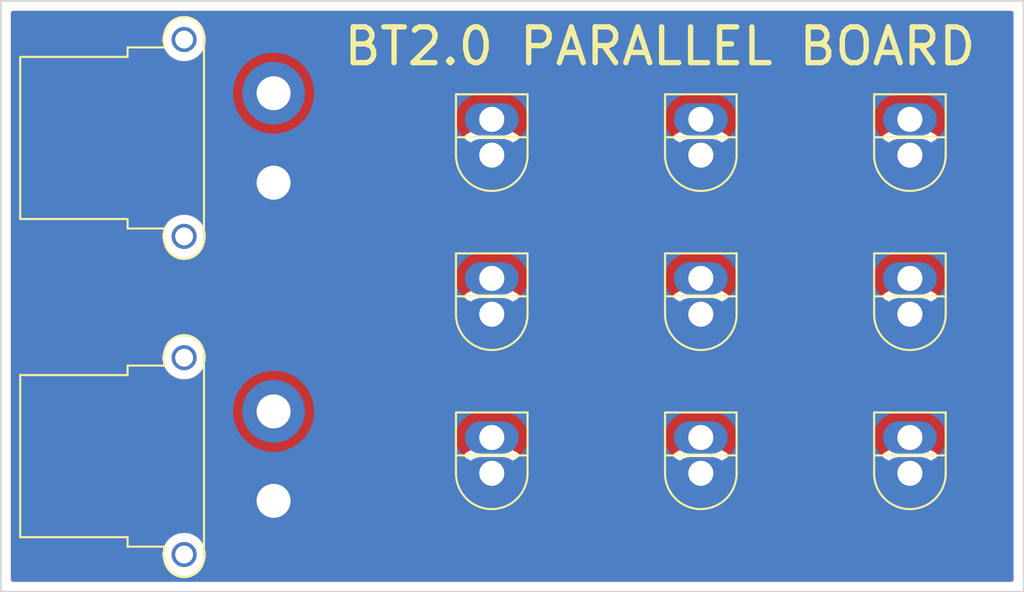
<source format=kicad_pcb>
(kicad_pcb (version 20171130) (host pcbnew "(5.1.9)-1")

  (general
    (thickness 1.6)
    (drawings 5)
    (tracks 0)
    (zones 0)
    (modules 11)
    (nets 3)
  )

  (page A4)
  (layers
    (0 F.Cu signal)
    (31 B.Cu signal)
    (32 B.Adhes user)
    (33 F.Adhes user)
    (34 B.Paste user)
    (35 F.Paste user)
    (36 B.SilkS user)
    (37 F.SilkS user)
    (38 B.Mask user)
    (39 F.Mask user)
    (40 Dwgs.User user)
    (41 Cmts.User user)
    (42 Eco1.User user)
    (43 Eco2.User user)
    (44 Edge.Cuts user)
    (45 Margin user)
    (46 B.CrtYd user)
    (47 F.CrtYd user)
    (48 B.Fab user)
    (49 F.Fab user)
  )

  (setup
    (last_trace_width 0.25)
    (user_trace_width 2.5)
    (trace_clearance 0.2)
    (zone_clearance 0.508)
    (zone_45_only no)
    (trace_min 0.2)
    (via_size 0.8)
    (via_drill 0.4)
    (via_min_size 0.4)
    (via_min_drill 0.3)
    (uvia_size 0.3)
    (uvia_drill 0.1)
    (uvias_allowed no)
    (uvia_min_size 0.2)
    (uvia_min_drill 0.1)
    (edge_width 0.05)
    (segment_width 0.2)
    (pcb_text_width 0.3)
    (pcb_text_size 1.5 1.5)
    (mod_edge_width 0.12)
    (mod_text_size 1 1)
    (mod_text_width 0.15)
    (pad_size 1.524 1.524)
    (pad_drill 0.762)
    (pad_to_mask_clearance 0)
    (aux_axis_origin 0 0)
    (visible_elements 7FFFFFFF)
    (pcbplotparams
      (layerselection 0x010fc_ffffffff)
      (usegerberextensions false)
      (usegerberattributes true)
      (usegerberadvancedattributes true)
      (creategerberjobfile true)
      (excludeedgelayer true)
      (linewidth 0.100000)
      (plotframeref false)
      (viasonmask false)
      (mode 1)
      (useauxorigin false)
      (hpglpennumber 1)
      (hpglpenspeed 20)
      (hpglpendiameter 15.000000)
      (psnegative false)
      (psa4output false)
      (plotreference true)
      (plotvalue true)
      (plotinvisibletext false)
      (padsonsilk false)
      (subtractmaskfromsilk false)
      (outputformat 1)
      (mirror false)
      (drillshape 0)
      (scaleselection 1)
      (outputdirectory "gerber/"))
  )

  (net 0 "")
  (net 1 VCC)
  (net 2 GND)

  (net_class Default "This is the default net class."
    (clearance 0.2)
    (trace_width 0.25)
    (via_dia 0.8)
    (via_drill 0.4)
    (uvia_dia 0.3)
    (uvia_drill 0.1)
    (add_net GND)
    (add_net VCC)
  )

  (module Connector_AMASS:AMASS_XT30PW-F_1x02_P2.50mm_Horizontal (layer F.Cu) (tedit 5C8EB270) (tstamp 619D691E)
    (at 91.44 109.22 90)
    (descr "Connector XT30 Horizontal PCB Female, https://www.tme.eu/en/Document/ce4077e36b79046da520ca73227e15de/XT30PW%20SPEC.pdf")
    (tags "RC Connector XT30")
    (path /619D9511)
    (fp_text reference J11 (at 2.5 -15.5 90) (layer F.SilkS) hide
      (effects (font (size 1 1) (thickness 0.15)))
    )
    (fp_text value Conn_01x02 (at 2.5 3.5 90) (layer F.Fab) hide
      (effects (font (size 1 1) (thickness 0.15)))
    )
    (fp_line (start -2.03 -14.16) (end -2.03 -8.16) (layer F.SilkS) (width 0.12))
    (fp_line (start -2.03 -14.16) (end 7 -14.16) (layer F.SilkS) (width 0.12))
    (fp_line (start 7.03 -14.16) (end 7.03 -8.16) (layer F.SilkS) (width 0.12))
    (fp_line (start 7.03 -8.16) (end 7.56 -8.16) (layer F.SilkS) (width 0.12))
    (fp_line (start 7.56 -8.16) (end 7.56 -6.11) (layer F.SilkS) (width 0.12))
    (fp_line (start 7.56 -6.11) (end 8.26 -6.11) (layer F.SilkS) (width 0.12))
    (fp_line (start -3.26 -6.11) (end -2.56 -6.11) (layer F.SilkS) (width 0.12))
    (fp_line (start -2.56 -8.16) (end -2.56 -6.11) (layer F.SilkS) (width 0.12))
    (fp_line (start 7.45 -6) (end 8.15 -6) (layer F.Fab) (width 0.1))
    (fp_line (start 7.45 -8.05) (end 7.45 -6.05) (layer F.Fab) (width 0.1))
    (fp_line (start -2.45 -8.05) (end -2.45 -6) (layer F.Fab) (width 0.1))
    (fp_line (start -3.15 -6) (end -2.45 -6) (layer F.Fab) (width 0.1))
    (fp_line (start -3.15 -4) (end 8.15 -4) (layer F.Fab) (width 0.1))
    (fp_line (start -3.26 -3.89) (end 8.26 -3.89) (layer F.SilkS) (width 0.12))
    (fp_line (start -4.65 -8.55) (end -4.65 2.25) (layer F.CrtYd) (width 0.05))
    (fp_line (start -4.65 -8.55) (end -2.42 -8.55) (layer F.CrtYd) (width 0.05))
    (fp_line (start -2.42 -14.55) (end -2.42 -8.55) (layer F.CrtYd) (width 0.05))
    (fp_line (start -2.42 -14.55) (end 7.42 -14.55) (layer F.CrtYd) (width 0.05))
    (fp_line (start 7.42 -14.55) (end 7.42 -8.55) (layer F.CrtYd) (width 0.05))
    (fp_line (start 7.42 -8.55) (end 9.65 -8.55) (layer F.CrtYd) (width 0.05))
    (fp_line (start 9.65 -8.55) (end 9.65 2.25) (layer F.CrtYd) (width 0.05))
    (fp_line (start -4.65 2.25) (end 9.65 2.25) (layer F.CrtYd) (width 0.05))
    (fp_line (start -2.56 -8.16) (end -2.03 -8.16) (layer F.SilkS) (width 0.12))
    (fp_line (start -2.45 -8.05) (end 7.45 -8.05) (layer F.Fab) (width 0.1))
    (fp_line (start 6.92 -14.05) (end 6.92 -8.05) (layer F.Fab) (width 0.1))
    (fp_line (start -1.92 -14.05) (end -1.92 -8.05) (layer F.Fab) (width 0.1))
    (fp_line (start -1.92 -14.05) (end 6.92 -14.05) (layer F.Fab) (width 0.1))
    (fp_text user - (at -3 0 90) (layer F.SilkS) hide
      (effects (font (size 1.5 1.5) (thickness 0.15)))
    )
    (fp_text user + (at 8 0 90) (layer F.SilkS) hide
      (effects (font (size 1.5 1.5) (thickness 0.15)))
    )
    (fp_arc (start 8.15 -5) (end 8.15 -3.89) (angle -180) (layer F.SilkS) (width 0.12))
    (fp_arc (start -3.15 -5) (end -3.15 -6.11) (angle -171.1) (layer F.SilkS) (width 0.12))
    (fp_arc (start -3.15 -5) (end -3.15 -6) (angle -180) (layer F.Fab) (width 0.1))
    (fp_arc (start 8.15 -5) (end 8.15 -4) (angle -180) (layer F.Fab) (width 0.1))
    (fp_text user %R (at 2.5 -3 90) (layer F.Fab) hide
      (effects (font (size 1 1) (thickness 0.15)))
    )
    (pad 2 thru_hole circle (at 5 0 90) (size 3.5 3.5) (drill 1.9) (layers *.Cu *.Mask)
      (net 1 VCC))
    (pad 1 thru_hole rect (at 0 0 90) (size 3.5 3.5) (drill 1.9) (layers *.Cu *.Mask)
      (net 2 GND))
    (pad "" thru_hole circle (at 8 -5 90) (size 1.4 1.4) (drill 1) (layers *.Cu *.Mask))
    (pad "" thru_hole circle (at -3 -5 180) (size 1.4 1.4) (drill 1) (layers *.Cu *.Mask))
    (model ${KISYS3DMOD}/Connector_AMASS.3dshapes/AMASS_XT30PW-F_1x02_P2.50mm_Horizontal.wrl
      (at (xyz 0 0 0))
      (scale (xyz 1 1 1))
      (rotate (xyz 0 0 0))
    )
  )

  (module Local:BT2.0-M (layer F.Cu) (tedit 619D0B65) (tstamp 616AB77B)
    (at 127 124.46 90)
    (path /616BF16C)
    (fp_text reference J9 (at 0 3 90) (layer F.SilkS) hide
      (effects (font (size 1 1) (thickness 0.15)))
    )
    (fp_text value Conn_01x02 (at 0 -3 90) (layer F.Fab) hide
      (effects (font (size 1 1) (thickness 0.15)))
    )
    (fp_line (start -1 -2) (end 2.4 -2) (layer F.SilkS) (width 0.12))
    (fp_line (start 2.4 -2) (end 2.4 2) (layer F.SilkS) (width 0.12))
    (fp_line (start 2.4 2) (end -1 2) (layer F.SilkS) (width 0.12))
    (fp_line (start 0 -2) (end 0 2) (layer F.SilkS) (width 0.12))
    (fp_line (start -2.15 -1.75) (end 2.15 -1.75) (layer F.CrtYd) (width 0.05))
    (fp_line (start 2.15 -1.75) (end 2.15 1.75) (layer F.CrtYd) (width 0.05))
    (fp_line (start 2.15 1.75) (end -2.15 1.75) (layer F.CrtYd) (width 0.05))
    (fp_line (start -2.15 1.75) (end -2.15 -1.75) (layer F.CrtYd) (width 0.05))
    (fp_arc (start -1 0) (end -1 -2) (angle -180) (layer F.SilkS) (width 0.12))
    (pad 1 thru_hole oval (at -1 0 90) (size 1.8 3) (drill 1.4) (layers *.Cu *.Mask)
      (net 2 GND))
    (pad 2 thru_hole oval (at 1 0 90) (size 1.8 3) (drill 1.4) (layers *.Cu *.Mask)
      (net 1 VCC))
  )

  (module Local:BT2.0-M (layer F.Cu) (tedit 619D0B65) (tstamp 616AB7F6)
    (at 115.316 124.46 90)
    (path /616BF15C)
    (fp_text reference J8 (at 0 3 90) (layer F.SilkS) hide
      (effects (font (size 1 1) (thickness 0.15)))
    )
    (fp_text value Conn_01x02 (at 0 -3 90) (layer F.Fab) hide
      (effects (font (size 1 1) (thickness 0.15)))
    )
    (fp_line (start -1 -2) (end 2.4 -2) (layer F.SilkS) (width 0.12))
    (fp_line (start 2.4 -2) (end 2.4 2) (layer F.SilkS) (width 0.12))
    (fp_line (start 2.4 2) (end -1 2) (layer F.SilkS) (width 0.12))
    (fp_line (start 0 -2) (end 0 2) (layer F.SilkS) (width 0.12))
    (fp_line (start -2.15 -1.75) (end 2.15 -1.75) (layer F.CrtYd) (width 0.05))
    (fp_line (start 2.15 -1.75) (end 2.15 1.75) (layer F.CrtYd) (width 0.05))
    (fp_line (start 2.15 1.75) (end -2.15 1.75) (layer F.CrtYd) (width 0.05))
    (fp_line (start -2.15 1.75) (end -2.15 -1.75) (layer F.CrtYd) (width 0.05))
    (fp_arc (start -1 0) (end -1 -2) (angle -180) (layer F.SilkS) (width 0.12))
    (pad 1 thru_hole oval (at -1 0 90) (size 1.8 3) (drill 1.4) (layers *.Cu *.Mask)
      (net 2 GND))
    (pad 2 thru_hole oval (at 1 0 90) (size 1.8 3) (drill 1.4) (layers *.Cu *.Mask)
      (net 1 VCC))
  )

  (module Local:BT2.0-M (layer F.Cu) (tedit 619D0B65) (tstamp 616ABB53)
    (at 103.632 124.46 90)
    (path /616BF152)
    (fp_text reference J7 (at 0 3 90) (layer F.SilkS) hide
      (effects (font (size 1 1) (thickness 0.15)))
    )
    (fp_text value Conn_01x02 (at 0 -3 90) (layer F.Fab) hide
      (effects (font (size 1 1) (thickness 0.15)))
    )
    (fp_line (start -1 -2) (end 2.4 -2) (layer F.SilkS) (width 0.12))
    (fp_line (start 2.4 -2) (end 2.4 2) (layer F.SilkS) (width 0.12))
    (fp_line (start 2.4 2) (end -1 2) (layer F.SilkS) (width 0.12))
    (fp_line (start 0 -2) (end 0 2) (layer F.SilkS) (width 0.12))
    (fp_line (start -2.15 -1.75) (end 2.15 -1.75) (layer F.CrtYd) (width 0.05))
    (fp_line (start 2.15 -1.75) (end 2.15 1.75) (layer F.CrtYd) (width 0.05))
    (fp_line (start 2.15 1.75) (end -2.15 1.75) (layer F.CrtYd) (width 0.05))
    (fp_line (start -2.15 1.75) (end -2.15 -1.75) (layer F.CrtYd) (width 0.05))
    (fp_arc (start -1 0) (end -1 -2) (angle -180) (layer F.SilkS) (width 0.12))
    (pad 1 thru_hole oval (at -1 0 90) (size 1.8 3) (drill 1.4) (layers *.Cu *.Mask)
      (net 2 GND))
    (pad 2 thru_hole oval (at 1 0 90) (size 1.8 3) (drill 1.4) (layers *.Cu *.Mask)
      (net 1 VCC))
  )

  (module Local:BT2.0-M (layer F.Cu) (tedit 619D0B65) (tstamp 616AB967)
    (at 127 115.57 90)
    (path /616BB3E4)
    (fp_text reference J6 (at 0 3 90) (layer F.SilkS) hide
      (effects (font (size 1 1) (thickness 0.15)))
    )
    (fp_text value Conn_01x02 (at 0 -3 90) (layer F.Fab) hide
      (effects (font (size 1 1) (thickness 0.15)))
    )
    (fp_line (start -1 -2) (end 2.4 -2) (layer F.SilkS) (width 0.12))
    (fp_line (start 2.4 -2) (end 2.4 2) (layer F.SilkS) (width 0.12))
    (fp_line (start 2.4 2) (end -1 2) (layer F.SilkS) (width 0.12))
    (fp_line (start 0 -2) (end 0 2) (layer F.SilkS) (width 0.12))
    (fp_line (start -2.15 -1.75) (end 2.15 -1.75) (layer F.CrtYd) (width 0.05))
    (fp_line (start 2.15 -1.75) (end 2.15 1.75) (layer F.CrtYd) (width 0.05))
    (fp_line (start 2.15 1.75) (end -2.15 1.75) (layer F.CrtYd) (width 0.05))
    (fp_line (start -2.15 1.75) (end -2.15 -1.75) (layer F.CrtYd) (width 0.05))
    (fp_arc (start -1 0) (end -1 -2) (angle -180) (layer F.SilkS) (width 0.12))
    (pad 1 thru_hole oval (at -1 0 90) (size 1.8 3) (drill 1.4) (layers *.Cu *.Mask)
      (net 2 GND))
    (pad 2 thru_hole oval (at 1 0 90) (size 1.8 3) (drill 1.4) (layers *.Cu *.Mask)
      (net 1 VCC))
  )

  (module Local:BT2.0-M (layer F.Cu) (tedit 619D0B65) (tstamp 616AB9E2)
    (at 115.316 115.57 90)
    (path /616B7CBF)
    (fp_text reference J5 (at 0 3 90) (layer F.SilkS) hide
      (effects (font (size 1 1) (thickness 0.15)))
    )
    (fp_text value Conn_01x02 (at 0 -3 90) (layer F.Fab) hide
      (effects (font (size 1 1) (thickness 0.15)))
    )
    (fp_line (start -1 -2) (end 2.4 -2) (layer F.SilkS) (width 0.12))
    (fp_line (start 2.4 -2) (end 2.4 2) (layer F.SilkS) (width 0.12))
    (fp_line (start 2.4 2) (end -1 2) (layer F.SilkS) (width 0.12))
    (fp_line (start 0 -2) (end 0 2) (layer F.SilkS) (width 0.12))
    (fp_line (start -2.15 -1.75) (end 2.15 -1.75) (layer F.CrtYd) (width 0.05))
    (fp_line (start 2.15 -1.75) (end 2.15 1.75) (layer F.CrtYd) (width 0.05))
    (fp_line (start 2.15 1.75) (end -2.15 1.75) (layer F.CrtYd) (width 0.05))
    (fp_line (start -2.15 1.75) (end -2.15 -1.75) (layer F.CrtYd) (width 0.05))
    (fp_arc (start -1 0) (end -1 -2) (angle -180) (layer F.SilkS) (width 0.12))
    (pad 1 thru_hole oval (at -1 0 90) (size 1.8 3) (drill 1.4) (layers *.Cu *.Mask)
      (net 2 GND))
    (pad 2 thru_hole oval (at 1 0 90) (size 1.8 3) (drill 1.4) (layers *.Cu *.Mask)
      (net 1 VCC))
  )

  (module Local:BT2.0-M (layer F.Cu) (tedit 619D0B65) (tstamp 616ABAD8)
    (at 103.632 115.57 90)
    (path /616B7BA9)
    (fp_text reference J4 (at 0 3 90) (layer F.SilkS) hide
      (effects (font (size 1 1) (thickness 0.15)))
    )
    (fp_text value Conn_01x02 (at 0 -3 90) (layer F.Fab) hide
      (effects (font (size 1 1) (thickness 0.15)))
    )
    (fp_line (start -1 -2) (end 2.4 -2) (layer F.SilkS) (width 0.12))
    (fp_line (start 2.4 -2) (end 2.4 2) (layer F.SilkS) (width 0.12))
    (fp_line (start 2.4 2) (end -1 2) (layer F.SilkS) (width 0.12))
    (fp_line (start 0 -2) (end 0 2) (layer F.SilkS) (width 0.12))
    (fp_line (start -2.15 -1.75) (end 2.15 -1.75) (layer F.CrtYd) (width 0.05))
    (fp_line (start 2.15 -1.75) (end 2.15 1.75) (layer F.CrtYd) (width 0.05))
    (fp_line (start 2.15 1.75) (end -2.15 1.75) (layer F.CrtYd) (width 0.05))
    (fp_line (start -2.15 1.75) (end -2.15 -1.75) (layer F.CrtYd) (width 0.05))
    (fp_arc (start -1 0) (end -1 -2) (angle -180) (layer F.SilkS) (width 0.12))
    (pad 1 thru_hole oval (at -1 0 90) (size 1.8 3) (drill 1.4) (layers *.Cu *.Mask)
      (net 2 GND))
    (pad 2 thru_hole oval (at 1 0 90) (size 1.8 3) (drill 1.4) (layers *.Cu *.Mask)
      (net 1 VCC))
  )

  (module Local:BT2.0-M (layer F.Cu) (tedit 619D0B65) (tstamp 619D6EE8)
    (at 127 106.68 90)
    (path /60F59340)
    (fp_text reference J3 (at 0 3 90) (layer F.SilkS) hide
      (effects (font (size 1 1) (thickness 0.15)))
    )
    (fp_text value Conn_01x02 (at 0 -3 90) (layer F.Fab) hide
      (effects (font (size 1 1) (thickness 0.15)))
    )
    (fp_line (start -1 -2) (end 2.4 -2) (layer F.SilkS) (width 0.12))
    (fp_line (start 2.4 -2) (end 2.4 2) (layer F.SilkS) (width 0.12))
    (fp_line (start 2.4 2) (end -1 2) (layer F.SilkS) (width 0.12))
    (fp_line (start 0 -2) (end 0 2) (layer F.SilkS) (width 0.12))
    (fp_line (start -2.15 -1.75) (end 2.15 -1.75) (layer F.CrtYd) (width 0.05))
    (fp_line (start 2.15 -1.75) (end 2.15 1.75) (layer F.CrtYd) (width 0.05))
    (fp_line (start 2.15 1.75) (end -2.15 1.75) (layer F.CrtYd) (width 0.05))
    (fp_line (start -2.15 1.75) (end -2.15 -1.75) (layer F.CrtYd) (width 0.05))
    (fp_arc (start -1 0) (end -1 -2) (angle -180) (layer F.SilkS) (width 0.12))
    (pad 1 thru_hole oval (at -1 0 90) (size 1.8 3) (drill 1.4) (layers *.Cu *.Mask)
      (net 2 GND))
    (pad 2 thru_hole oval (at 1 0 90) (size 1.8 3) (drill 1.4) (layers *.Cu *.Mask)
      (net 1 VCC))
  )

  (module Local:BT2.0-M (layer F.Cu) (tedit 619D0B65) (tstamp 619D6EBE)
    (at 115.316 106.68 90)
    (path /60F511FE)
    (fp_text reference J2 (at 0 3 90) (layer F.SilkS) hide
      (effects (font (size 1 1) (thickness 0.15)))
    )
    (fp_text value Conn_01x02 (at 0 -3 90) (layer F.Fab) hide
      (effects (font (size 1 1) (thickness 0.15)))
    )
    (fp_line (start -1 -2) (end 2.4 -2) (layer F.SilkS) (width 0.12))
    (fp_line (start 2.4 -2) (end 2.4 2) (layer F.SilkS) (width 0.12))
    (fp_line (start 2.4 2) (end -1 2) (layer F.SilkS) (width 0.12))
    (fp_line (start 0 -2) (end 0 2) (layer F.SilkS) (width 0.12))
    (fp_line (start -2.15 -1.75) (end 2.15 -1.75) (layer F.CrtYd) (width 0.05))
    (fp_line (start 2.15 -1.75) (end 2.15 1.75) (layer F.CrtYd) (width 0.05))
    (fp_line (start 2.15 1.75) (end -2.15 1.75) (layer F.CrtYd) (width 0.05))
    (fp_line (start -2.15 1.75) (end -2.15 -1.75) (layer F.CrtYd) (width 0.05))
    (fp_arc (start -1 0) (end -1 -2) (angle -180) (layer F.SilkS) (width 0.12))
    (pad 1 thru_hole oval (at -1 0 90) (size 1.8 3) (drill 1.4) (layers *.Cu *.Mask)
      (net 2 GND))
    (pad 2 thru_hole oval (at 1 0 90) (size 1.8 3) (drill 1.4) (layers *.Cu *.Mask)
      (net 1 VCC))
  )

  (module Local:BT2.0-M (layer F.Cu) (tedit 619D0B65) (tstamp 619D6F12)
    (at 103.632 106.68 90)
    (path /60F511B0)
    (fp_text reference J1 (at 0 3 90) (layer F.SilkS) hide
      (effects (font (size 1 1) (thickness 0.15)))
    )
    (fp_text value Conn_01x02 (at 0 -3 90) (layer F.Fab) hide
      (effects (font (size 1 1) (thickness 0.15)))
    )
    (fp_line (start -1 -2) (end 2.4 -2) (layer F.SilkS) (width 0.12))
    (fp_line (start 2.4 -2) (end 2.4 2) (layer F.SilkS) (width 0.12))
    (fp_line (start 2.4 2) (end -1 2) (layer F.SilkS) (width 0.12))
    (fp_line (start 0 -2) (end 0 2) (layer F.SilkS) (width 0.12))
    (fp_line (start -2.15 -1.75) (end 2.15 -1.75) (layer F.CrtYd) (width 0.05))
    (fp_line (start 2.15 -1.75) (end 2.15 1.75) (layer F.CrtYd) (width 0.05))
    (fp_line (start 2.15 1.75) (end -2.15 1.75) (layer F.CrtYd) (width 0.05))
    (fp_line (start -2.15 1.75) (end -2.15 -1.75) (layer F.CrtYd) (width 0.05))
    (fp_arc (start -1 0) (end -1 -2) (angle -180) (layer F.SilkS) (width 0.12))
    (pad 1 thru_hole oval (at -1 0 90) (size 1.8 3) (drill 1.4) (layers *.Cu *.Mask)
      (net 2 GND))
    (pad 2 thru_hole oval (at 1 0 90) (size 1.8 3) (drill 1.4) (layers *.Cu *.Mask)
      (net 1 VCC))
  )

  (module Connector_AMASS:AMASS_XT30PW-F_1x02_P2.50mm_Horizontal (layer F.Cu) (tedit 5C8EB270) (tstamp 60F53D36)
    (at 91.44 127 90)
    (descr "Connector XT30 Horizontal PCB Female, https://www.tme.eu/en/Document/ce4077e36b79046da520ca73227e15de/XT30PW%20SPEC.pdf")
    (tags "RC Connector XT30")
    (path /60F645AA)
    (fp_text reference J10 (at 2.5 -15.5 90) (layer F.SilkS) hide
      (effects (font (size 1 1) (thickness 0.15)))
    )
    (fp_text value Conn_01x02 (at 2.5 3.5 90) (layer F.Fab) hide
      (effects (font (size 1 1) (thickness 0.15)))
    )
    (fp_line (start -2.03 -14.16) (end -2.03 -8.16) (layer F.SilkS) (width 0.12))
    (fp_line (start -2.03 -14.16) (end 7 -14.16) (layer F.SilkS) (width 0.12))
    (fp_line (start 7.03 -14.16) (end 7.03 -8.16) (layer F.SilkS) (width 0.12))
    (fp_line (start 7.03 -8.16) (end 7.56 -8.16) (layer F.SilkS) (width 0.12))
    (fp_line (start 7.56 -8.16) (end 7.56 -6.11) (layer F.SilkS) (width 0.12))
    (fp_line (start 7.56 -6.11) (end 8.26 -6.11) (layer F.SilkS) (width 0.12))
    (fp_line (start -3.26 -6.11) (end -2.56 -6.11) (layer F.SilkS) (width 0.12))
    (fp_line (start -2.56 -8.16) (end -2.56 -6.11) (layer F.SilkS) (width 0.12))
    (fp_line (start 7.45 -6) (end 8.15 -6) (layer F.Fab) (width 0.1))
    (fp_line (start 7.45 -8.05) (end 7.45 -6.05) (layer F.Fab) (width 0.1))
    (fp_line (start -2.45 -8.05) (end -2.45 -6) (layer F.Fab) (width 0.1))
    (fp_line (start -3.15 -6) (end -2.45 -6) (layer F.Fab) (width 0.1))
    (fp_line (start -3.15 -4) (end 8.15 -4) (layer F.Fab) (width 0.1))
    (fp_line (start -3.26 -3.89) (end 8.26 -3.89) (layer F.SilkS) (width 0.12))
    (fp_line (start -4.65 -8.55) (end -4.65 2.25) (layer F.CrtYd) (width 0.05))
    (fp_line (start -4.65 -8.55) (end -2.42 -8.55) (layer F.CrtYd) (width 0.05))
    (fp_line (start -2.42 -14.55) (end -2.42 -8.55) (layer F.CrtYd) (width 0.05))
    (fp_line (start -2.42 -14.55) (end 7.42 -14.55) (layer F.CrtYd) (width 0.05))
    (fp_line (start 7.42 -14.55) (end 7.42 -8.55) (layer F.CrtYd) (width 0.05))
    (fp_line (start 7.42 -8.55) (end 9.65 -8.55) (layer F.CrtYd) (width 0.05))
    (fp_line (start 9.65 -8.55) (end 9.65 2.25) (layer F.CrtYd) (width 0.05))
    (fp_line (start -4.65 2.25) (end 9.65 2.25) (layer F.CrtYd) (width 0.05))
    (fp_line (start -2.56 -8.16) (end -2.03 -8.16) (layer F.SilkS) (width 0.12))
    (fp_line (start -2.45 -8.05) (end 7.45 -8.05) (layer F.Fab) (width 0.1))
    (fp_line (start 6.92 -14.05) (end 6.92 -8.05) (layer F.Fab) (width 0.1))
    (fp_line (start -1.92 -14.05) (end -1.92 -8.05) (layer F.Fab) (width 0.1))
    (fp_line (start -1.92 -14.05) (end 6.92 -14.05) (layer F.Fab) (width 0.1))
    (fp_text user - (at -3 0 90) (layer F.SilkS) hide
      (effects (font (size 1.5 1.5) (thickness 0.15)))
    )
    (fp_text user + (at 8 0 90) (layer F.SilkS) hide
      (effects (font (size 1.5 1.5) (thickness 0.15)))
    )
    (fp_arc (start 8.15 -5) (end 8.15 -3.89) (angle -180) (layer F.SilkS) (width 0.12))
    (fp_arc (start -3.15 -5) (end -3.15 -6.11) (angle -171.1) (layer F.SilkS) (width 0.12))
    (fp_arc (start -3.15 -5) (end -3.15 -6) (angle -180) (layer F.Fab) (width 0.1))
    (fp_arc (start 8.15 -5) (end 8.15 -4) (angle -180) (layer F.Fab) (width 0.1))
    (fp_text user %R (at 2.5 -3 90) (layer F.Fab) hide
      (effects (font (size 1 1) (thickness 0.15)))
    )
    (pad 2 thru_hole circle (at 5 0 90) (size 3.5 3.5) (drill 1.9) (layers *.Cu *.Mask)
      (net 1 VCC))
    (pad 1 thru_hole rect (at 0 0 90) (size 3.5 3.5) (drill 1.9) (layers *.Cu *.Mask)
      (net 2 GND))
    (pad "" thru_hole circle (at 8 -5 90) (size 1.4 1.4) (drill 1) (layers *.Cu *.Mask))
    (pad "" thru_hole circle (at -3 -5 180) (size 1.4 1.4) (drill 1) (layers *.Cu *.Mask))
    (model ${KISYS3DMOD}/Connector_AMASS.3dshapes/AMASS_XT30PW-F_1x02_P2.50mm_Horizontal.wrl
      (at (xyz 0 0 0))
      (scale (xyz 1 1 1))
      (rotate (xyz 0 0 0))
    )
  )

  (gr_line (start 133.35 99.06) (end 133.35 132.08) (layer Edge.Cuts) (width 0.1))
  (gr_line (start 76.2 99.06) (end 133.35 99.06) (layer Edge.Cuts) (width 0.1))
  (gr_line (start 76.2 132.08) (end 76.2 99.06) (layer Edge.Cuts) (width 0.1))
  (gr_line (start 133.35 132.08) (end 76.2 132.08) (layer Edge.Cuts) (width 0.1))
  (gr_text "BT2.0 PARALLEL BOARD" (at 113.03 101.6) (layer F.SilkS)
    (effects (font (size 2 2) (thickness 0.3)) hide)
  )

  (zone (net 1) (net_name VCC) (layer F.Cu) (tstamp 619D8367) (hatch edge 0.508)
    (connect_pads yes (clearance 0.508))
    (min_thickness 0.254)
    (fill yes (arc_segments 32) (thermal_gap 0.508) (thermal_bridge_width 0.508))
    (polygon
      (pts
        (xy 133.35 132.08) (xy 76.2 132.08) (xy 76.2 99.06) (xy 133.35 99.06)
      )
    )
    (filled_polygon
      (pts
        (xy 132.665001 131.395) (xy 76.885 131.395) (xy 76.885 129.868514) (xy 85.105 129.868514) (xy 85.105 130.131486)
        (xy 85.156304 130.389405) (xy 85.256939 130.632359) (xy 85.403038 130.851013) (xy 85.588987 131.036962) (xy 85.807641 131.183061)
        (xy 86.050595 131.283696) (xy 86.308514 131.335) (xy 86.571486 131.335) (xy 86.829405 131.283696) (xy 87.072359 131.183061)
        (xy 87.291013 131.036962) (xy 87.476962 130.851013) (xy 87.623061 130.632359) (xy 87.723696 130.389405) (xy 87.775 130.131486)
        (xy 87.775 129.868514) (xy 87.723696 129.610595) (xy 87.623061 129.367641) (xy 87.476962 129.148987) (xy 87.291013 128.963038)
        (xy 87.072359 128.816939) (xy 86.829405 128.716304) (xy 86.571486 128.665) (xy 86.308514 128.665) (xy 86.050595 128.716304)
        (xy 85.807641 128.816939) (xy 85.588987 128.963038) (xy 85.403038 129.148987) (xy 85.256939 129.367641) (xy 85.156304 129.610595)
        (xy 85.105 129.868514) (xy 76.885 129.868514) (xy 76.885 125.25) (xy 89.051928 125.25) (xy 89.051928 128.75)
        (xy 89.064188 128.874482) (xy 89.100498 128.99418) (xy 89.159463 129.104494) (xy 89.238815 129.201185) (xy 89.335506 129.280537)
        (xy 89.44582 129.339502) (xy 89.565518 129.375812) (xy 89.69 129.388072) (xy 93.19 129.388072) (xy 93.314482 129.375812)
        (xy 93.43418 129.339502) (xy 93.544494 129.280537) (xy 93.641185 129.201185) (xy 93.720537 129.104494) (xy 93.779502 128.99418)
        (xy 93.815812 128.874482) (xy 93.828072 128.75) (xy 93.828072 125.46) (xy 101.489573 125.46) (xy 101.51921 125.760913)
        (xy 101.606983 126.050261) (xy 101.749519 126.316927) (xy 101.941339 126.550661) (xy 102.175073 126.742481) (xy 102.441739 126.885017)
        (xy 102.731087 126.97279) (xy 102.956592 126.995) (xy 104.307408 126.995) (xy 104.532913 126.97279) (xy 104.822261 126.885017)
        (xy 105.088927 126.742481) (xy 105.322661 126.550661) (xy 105.514481 126.316927) (xy 105.657017 126.050261) (xy 105.74479 125.760913)
        (xy 105.774427 125.46) (xy 113.173573 125.46) (xy 113.20321 125.760913) (xy 113.290983 126.050261) (xy 113.433519 126.316927)
        (xy 113.625339 126.550661) (xy 113.859073 126.742481) (xy 114.125739 126.885017) (xy 114.415087 126.97279) (xy 114.640592 126.995)
        (xy 115.991408 126.995) (xy 116.216913 126.97279) (xy 116.506261 126.885017) (xy 116.772927 126.742481) (xy 117.006661 126.550661)
        (xy 117.198481 126.316927) (xy 117.341017 126.050261) (xy 117.42879 125.760913) (xy 117.458427 125.46) (xy 124.857573 125.46)
        (xy 124.88721 125.760913) (xy 124.974983 126.050261) (xy 125.117519 126.316927) (xy 125.309339 126.550661) (xy 125.543073 126.742481)
        (xy 125.809739 126.885017) (xy 126.099087 126.97279) (xy 126.324592 126.995) (xy 127.675408 126.995) (xy 127.900913 126.97279)
        (xy 128.190261 126.885017) (xy 128.456927 126.742481) (xy 128.690661 126.550661) (xy 128.882481 126.316927) (xy 129.025017 126.050261)
        (xy 129.11279 125.760913) (xy 129.142427 125.46) (xy 129.11279 125.159087) (xy 129.025017 124.869739) (xy 128.882481 124.603073)
        (xy 128.690661 124.369339) (xy 128.456927 124.177519) (xy 128.190261 124.034983) (xy 127.900913 123.94721) (xy 127.675408 123.925)
        (xy 126.324592 123.925) (xy 126.099087 123.94721) (xy 125.809739 124.034983) (xy 125.543073 124.177519) (xy 125.309339 124.369339)
        (xy 125.117519 124.603073) (xy 124.974983 124.869739) (xy 124.88721 125.159087) (xy 124.857573 125.46) (xy 117.458427 125.46)
        (xy 117.42879 125.159087) (xy 117.341017 124.869739) (xy 117.198481 124.603073) (xy 117.006661 124.369339) (xy 116.772927 124.177519)
        (xy 116.506261 124.034983) (xy 116.216913 123.94721) (xy 115.991408 123.925) (xy 114.640592 123.925) (xy 114.415087 123.94721)
        (xy 114.125739 124.034983) (xy 113.859073 124.177519) (xy 113.625339 124.369339) (xy 113.433519 124.603073) (xy 113.290983 124.869739)
        (xy 113.20321 125.159087) (xy 113.173573 125.46) (xy 105.774427 125.46) (xy 105.74479 125.159087) (xy 105.657017 124.869739)
        (xy 105.514481 124.603073) (xy 105.322661 124.369339) (xy 105.088927 124.177519) (xy 104.822261 124.034983) (xy 104.532913 123.94721)
        (xy 104.307408 123.925) (xy 102.956592 123.925) (xy 102.731087 123.94721) (xy 102.441739 124.034983) (xy 102.175073 124.177519)
        (xy 101.941339 124.369339) (xy 101.749519 124.603073) (xy 101.606983 124.869739) (xy 101.51921 125.159087) (xy 101.489573 125.46)
        (xy 93.828072 125.46) (xy 93.828072 125.25) (xy 93.815812 125.125518) (xy 93.779502 125.00582) (xy 93.720537 124.895506)
        (xy 93.641185 124.798815) (xy 93.544494 124.719463) (xy 93.43418 124.660498) (xy 93.314482 124.624188) (xy 93.19 124.611928)
        (xy 89.69 124.611928) (xy 89.565518 124.624188) (xy 89.44582 124.660498) (xy 89.335506 124.719463) (xy 89.238815 124.798815)
        (xy 89.159463 124.895506) (xy 89.100498 125.00582) (xy 89.064188 125.125518) (xy 89.051928 125.25) (xy 76.885 125.25)
        (xy 76.885 118.868514) (xy 85.105 118.868514) (xy 85.105 119.131486) (xy 85.156304 119.389405) (xy 85.256939 119.632359)
        (xy 85.403038 119.851013) (xy 85.588987 120.036962) (xy 85.807641 120.183061) (xy 86.050595 120.283696) (xy 86.308514 120.335)
        (xy 86.571486 120.335) (xy 86.829405 120.283696) (xy 87.072359 120.183061) (xy 87.291013 120.036962) (xy 87.476962 119.851013)
        (xy 87.623061 119.632359) (xy 87.723696 119.389405) (xy 87.775 119.131486) (xy 87.775 118.868514) (xy 87.723696 118.610595)
        (xy 87.623061 118.367641) (xy 87.476962 118.148987) (xy 87.291013 117.963038) (xy 87.072359 117.816939) (xy 86.829405 117.716304)
        (xy 86.571486 117.665) (xy 86.308514 117.665) (xy 86.050595 117.716304) (xy 85.807641 117.816939) (xy 85.588987 117.963038)
        (xy 85.403038 118.148987) (xy 85.256939 118.367641) (xy 85.156304 118.610595) (xy 85.105 118.868514) (xy 76.885 118.868514)
        (xy 76.885 116.57) (xy 101.489573 116.57) (xy 101.51921 116.870913) (xy 101.606983 117.160261) (xy 101.749519 117.426927)
        (xy 101.941339 117.660661) (xy 102.175073 117.852481) (xy 102.441739 117.995017) (xy 102.731087 118.08279) (xy 102.956592 118.105)
        (xy 104.307408 118.105) (xy 104.532913 118.08279) (xy 104.822261 117.995017) (xy 105.088927 117.852481) (xy 105.322661 117.660661)
        (xy 105.514481 117.426927) (xy 105.657017 117.160261) (xy 105.74479 116.870913) (xy 105.774427 116.57) (xy 113.173573 116.57)
        (xy 113.20321 116.870913) (xy 113.290983 117.160261) (xy 113.433519 117.426927) (xy 113.625339 117.660661) (xy 113.859073 117.852481)
        (xy 114.125739 117.995017) (xy 114.415087 118.08279) (xy 114.640592 118.105) (xy 115.991408 118.105) (xy 116.216913 118.08279)
        (xy 116.506261 117.995017) (xy 116.772927 117.852481) (xy 117.006661 117.660661) (xy 117.198481 117.426927) (xy 117.341017 117.160261)
        (xy 117.42879 116.870913) (xy 117.458427 116.57) (xy 124.857573 116.57) (xy 124.88721 116.870913) (xy 124.974983 117.160261)
        (xy 125.117519 117.426927) (xy 125.309339 117.660661) (xy 125.543073 117.852481) (xy 125.809739 117.995017) (xy 126.099087 118.08279)
        (xy 126.324592 118.105) (xy 127.675408 118.105) (xy 127.900913 118.08279) (xy 128.190261 117.995017) (xy 128.456927 117.852481)
        (xy 128.690661 117.660661) (xy 128.882481 117.426927) (xy 129.025017 117.160261) (xy 129.11279 116.870913) (xy 129.142427 116.57)
        (xy 129.11279 116.269087) (xy 129.025017 115.979739) (xy 128.882481 115.713073) (xy 128.690661 115.479339) (xy 128.456927 115.287519)
        (xy 128.190261 115.144983) (xy 127.900913 115.05721) (xy 127.675408 115.035) (xy 126.324592 115.035) (xy 126.099087 115.05721)
        (xy 125.809739 115.144983) (xy 125.543073 115.287519) (xy 125.309339 115.479339) (xy 125.117519 115.713073) (xy 124.974983 115.979739)
        (xy 124.88721 116.269087) (xy 124.857573 116.57) (xy 117.458427 116.57) (xy 117.42879 116.269087) (xy 117.341017 115.979739)
        (xy 117.198481 115.713073) (xy 117.006661 115.479339) (xy 116.772927 115.287519) (xy 116.506261 115.144983) (xy 116.216913 115.05721)
        (xy 115.991408 115.035) (xy 114.640592 115.035) (xy 114.415087 115.05721) (xy 114.125739 115.144983) (xy 113.859073 115.287519)
        (xy 113.625339 115.479339) (xy 113.433519 115.713073) (xy 113.290983 115.979739) (xy 113.20321 116.269087) (xy 113.173573 116.57)
        (xy 105.774427 116.57) (xy 105.74479 116.269087) (xy 105.657017 115.979739) (xy 105.514481 115.713073) (xy 105.322661 115.479339)
        (xy 105.088927 115.287519) (xy 104.822261 115.144983) (xy 104.532913 115.05721) (xy 104.307408 115.035) (xy 102.956592 115.035)
        (xy 102.731087 115.05721) (xy 102.441739 115.144983) (xy 102.175073 115.287519) (xy 101.941339 115.479339) (xy 101.749519 115.713073)
        (xy 101.606983 115.979739) (xy 101.51921 116.269087) (xy 101.489573 116.57) (xy 76.885 116.57) (xy 76.885 112.088514)
        (xy 85.105 112.088514) (xy 85.105 112.351486) (xy 85.156304 112.609405) (xy 85.256939 112.852359) (xy 85.403038 113.071013)
        (xy 85.588987 113.256962) (xy 85.807641 113.403061) (xy 86.050595 113.503696) (xy 86.308514 113.555) (xy 86.571486 113.555)
        (xy 86.829405 113.503696) (xy 87.072359 113.403061) (xy 87.291013 113.256962) (xy 87.476962 113.071013) (xy 87.623061 112.852359)
        (xy 87.723696 112.609405) (xy 87.775 112.351486) (xy 87.775 112.088514) (xy 87.723696 111.830595) (xy 87.623061 111.587641)
        (xy 87.476962 111.368987) (xy 87.291013 111.183038) (xy 87.072359 111.036939) (xy 86.829405 110.936304) (xy 86.571486 110.885)
        (xy 86.308514 110.885) (xy 86.050595 110.936304) (xy 85.807641 111.036939) (xy 85.588987 111.183038) (xy 85.403038 111.368987)
        (xy 85.256939 111.587641) (xy 85.156304 111.830595) (xy 85.105 112.088514) (xy 76.885 112.088514) (xy 76.885 107.47)
        (xy 89.051928 107.47) (xy 89.051928 110.97) (xy 89.064188 111.094482) (xy 89.100498 111.21418) (xy 89.159463 111.324494)
        (xy 89.238815 111.421185) (xy 89.335506 111.500537) (xy 89.44582 111.559502) (xy 89.565518 111.595812) (xy 89.69 111.608072)
        (xy 93.19 111.608072) (xy 93.314482 111.595812) (xy 93.43418 111.559502) (xy 93.544494 111.500537) (xy 93.641185 111.421185)
        (xy 93.720537 111.324494) (xy 93.779502 111.21418) (xy 93.815812 111.094482) (xy 93.828072 110.97) (xy 93.828072 107.68)
        (xy 101.489573 107.68) (xy 101.51921 107.980913) (xy 101.606983 108.270261) (xy 101.749519 108.536927) (xy 101.941339 108.770661)
        (xy 102.175073 108.962481) (xy 102.441739 109.105017) (xy 102.731087 109.19279) (xy 102.956592 109.215) (xy 104.307408 109.215)
        (xy 104.532913 109.19279) (xy 104.822261 109.105017) (xy 105.088927 108.962481) (xy 105.322661 108.770661) (xy 105.514481 108.536927)
        (xy 105.657017 108.270261) (xy 105.74479 107.980913) (xy 105.774427 107.68) (xy 113.173573 107.68) (xy 113.20321 107.980913)
        (xy 113.290983 108.270261) (xy 113.433519 108.536927) (xy 113.625339 108.770661) (xy 113.859073 108.962481) (xy 114.125739 109.105017)
        (xy 114.415087 109.19279) (xy 114.640592 109.215) (xy 115.991408 109.215) (xy 116.216913 109.19279) (xy 116.506261 109.105017)
        (xy 116.772927 108.962481) (xy 117.006661 108.770661) (xy 117.198481 108.536927) (xy 117.341017 108.270261) (xy 117.42879 107.980913)
        (xy 117.458427 107.68) (xy 124.857573 107.68) (xy 124.88721 107.980913) (xy 124.974983 108.270261) (xy 125.117519 108.536927)
        (xy 125.309339 108.770661) (xy 125.543073 108.962481) (xy 125.809739 109.105017) (xy 126.099087 109.19279) (xy 126.324592 109.215)
        (xy 127.675408 109.215) (xy 127.900913 109.19279) (xy 128.190261 109.105017) (xy 128.456927 108.962481) (xy 128.690661 108.770661)
        (xy 128.882481 108.536927) (xy 129.025017 108.270261) (xy 129.11279 107.980913) (xy 129.142427 107.68) (xy 129.11279 107.379087)
        (xy 129.025017 107.089739) (xy 128.882481 106.823073) (xy 128.690661 106.589339) (xy 128.456927 106.397519) (xy 128.190261 106.254983)
        (xy 127.900913 106.16721) (xy 127.675408 106.145) (xy 126.324592 106.145) (xy 126.099087 106.16721) (xy 125.809739 106.254983)
        (xy 125.543073 106.397519) (xy 125.309339 106.589339) (xy 125.117519 106.823073) (xy 124.974983 107.089739) (xy 124.88721 107.379087)
        (xy 124.857573 107.68) (xy 117.458427 107.68) (xy 117.42879 107.379087) (xy 117.341017 107.089739) (xy 117.198481 106.823073)
        (xy 117.006661 106.589339) (xy 116.772927 106.397519) (xy 116.506261 106.254983) (xy 116.216913 106.16721) (xy 115.991408 106.145)
        (xy 114.640592 106.145) (xy 114.415087 106.16721) (xy 114.125739 106.254983) (xy 113.859073 106.397519) (xy 113.625339 106.589339)
        (xy 113.433519 106.823073) (xy 113.290983 107.089739) (xy 113.20321 107.379087) (xy 113.173573 107.68) (xy 105.774427 107.68)
        (xy 105.74479 107.379087) (xy 105.657017 107.089739) (xy 105.514481 106.823073) (xy 105.322661 106.589339) (xy 105.088927 106.397519)
        (xy 104.822261 106.254983) (xy 104.532913 106.16721) (xy 104.307408 106.145) (xy 102.956592 106.145) (xy 102.731087 106.16721)
        (xy 102.441739 106.254983) (xy 102.175073 106.397519) (xy 101.941339 106.589339) (xy 101.749519 106.823073) (xy 101.606983 107.089739)
        (xy 101.51921 107.379087) (xy 101.489573 107.68) (xy 93.828072 107.68) (xy 93.828072 107.47) (xy 93.815812 107.345518)
        (xy 93.779502 107.22582) (xy 93.720537 107.115506) (xy 93.641185 107.018815) (xy 93.544494 106.939463) (xy 93.43418 106.880498)
        (xy 93.314482 106.844188) (xy 93.19 106.831928) (xy 89.69 106.831928) (xy 89.565518 106.844188) (xy 89.44582 106.880498)
        (xy 89.335506 106.939463) (xy 89.238815 107.018815) (xy 89.159463 107.115506) (xy 89.100498 107.22582) (xy 89.064188 107.345518)
        (xy 89.051928 107.47) (xy 76.885 107.47) (xy 76.885 101.088514) (xy 85.105 101.088514) (xy 85.105 101.351486)
        (xy 85.156304 101.609405) (xy 85.256939 101.852359) (xy 85.403038 102.071013) (xy 85.588987 102.256962) (xy 85.807641 102.403061)
        (xy 86.050595 102.503696) (xy 86.308514 102.555) (xy 86.571486 102.555) (xy 86.829405 102.503696) (xy 87.072359 102.403061)
        (xy 87.291013 102.256962) (xy 87.476962 102.071013) (xy 87.623061 101.852359) (xy 87.723696 101.609405) (xy 87.775 101.351486)
        (xy 87.775 101.088514) (xy 87.723696 100.830595) (xy 87.623061 100.587641) (xy 87.476962 100.368987) (xy 87.291013 100.183038)
        (xy 87.072359 100.036939) (xy 86.829405 99.936304) (xy 86.571486 99.885) (xy 86.308514 99.885) (xy 86.050595 99.936304)
        (xy 85.807641 100.036939) (xy 85.588987 100.183038) (xy 85.403038 100.368987) (xy 85.256939 100.587641) (xy 85.156304 100.830595)
        (xy 85.105 101.088514) (xy 76.885 101.088514) (xy 76.885 99.745) (xy 132.665 99.745)
      )
    )
  )
  (zone (net 2) (net_name GND) (layer B.Cu) (tstamp 619D8364) (hatch edge 0.508)
    (connect_pads yes (clearance 0.508))
    (min_thickness 0.254)
    (fill yes (arc_segments 32) (thermal_gap 0.508) (thermal_bridge_width 0.508))
    (polygon
      (pts
        (xy 133.35 132.08) (xy 76.2 132.08) (xy 76.2 99.06) (xy 133.35 99.06)
      )
    )
    (filled_polygon
      (pts
        (xy 132.665001 131.395) (xy 76.885 131.395) (xy 76.885 129.868514) (xy 85.105 129.868514) (xy 85.105 130.131486)
        (xy 85.156304 130.389405) (xy 85.256939 130.632359) (xy 85.403038 130.851013) (xy 85.588987 131.036962) (xy 85.807641 131.183061)
        (xy 86.050595 131.283696) (xy 86.308514 131.335) (xy 86.571486 131.335) (xy 86.829405 131.283696) (xy 87.072359 131.183061)
        (xy 87.291013 131.036962) (xy 87.476962 130.851013) (xy 87.623061 130.632359) (xy 87.723696 130.389405) (xy 87.775 130.131486)
        (xy 87.775 129.868514) (xy 87.723696 129.610595) (xy 87.623061 129.367641) (xy 87.476962 129.148987) (xy 87.291013 128.963038)
        (xy 87.072359 128.816939) (xy 86.829405 128.716304) (xy 86.571486 128.665) (xy 86.308514 128.665) (xy 86.050595 128.716304)
        (xy 85.807641 128.816939) (xy 85.588987 128.963038) (xy 85.403038 129.148987) (xy 85.256939 129.367641) (xy 85.156304 129.610595)
        (xy 85.105 129.868514) (xy 76.885 129.868514) (xy 76.885 121.765098) (xy 89.055 121.765098) (xy 89.055 122.234902)
        (xy 89.146654 122.695679) (xy 89.32644 123.129721) (xy 89.58745 123.520349) (xy 89.919651 123.85255) (xy 90.310279 124.11356)
        (xy 90.744321 124.293346) (xy 91.205098 124.385) (xy 91.674902 124.385) (xy 92.135679 124.293346) (xy 92.569721 124.11356)
        (xy 92.960349 123.85255) (xy 93.29255 123.520349) (xy 93.332874 123.46) (xy 101.489573 123.46) (xy 101.51921 123.760913)
        (xy 101.606983 124.050261) (xy 101.749519 124.316927) (xy 101.941339 124.550661) (xy 102.175073 124.742481) (xy 102.441739 124.885017)
        (xy 102.731087 124.97279) (xy 102.956592 124.995) (xy 104.307408 124.995) (xy 104.532913 124.97279) (xy 104.822261 124.885017)
        (xy 105.088927 124.742481) (xy 105.322661 124.550661) (xy 105.514481 124.316927) (xy 105.657017 124.050261) (xy 105.74479 123.760913)
        (xy 105.774427 123.46) (xy 113.173573 123.46) (xy 113.20321 123.760913) (xy 113.290983 124.050261) (xy 113.433519 124.316927)
        (xy 113.625339 124.550661) (xy 113.859073 124.742481) (xy 114.125739 124.885017) (xy 114.415087 124.97279) (xy 114.640592 124.995)
        (xy 115.991408 124.995) (xy 116.216913 124.97279) (xy 116.506261 124.885017) (xy 116.772927 124.742481) (xy 117.006661 124.550661)
        (xy 117.198481 124.316927) (xy 117.341017 124.050261) (xy 117.42879 123.760913) (xy 117.458427 123.46) (xy 124.857573 123.46)
        (xy 124.88721 123.760913) (xy 124.974983 124.050261) (xy 125.117519 124.316927) (xy 125.309339 124.550661) (xy 125.543073 124.742481)
        (xy 125.809739 124.885017) (xy 126.099087 124.97279) (xy 126.324592 124.995) (xy 127.675408 124.995) (xy 127.900913 124.97279)
        (xy 128.190261 124.885017) (xy 128.456927 124.742481) (xy 128.690661 124.550661) (xy 128.882481 124.316927) (xy 129.025017 124.050261)
        (xy 129.11279 123.760913) (xy 129.142427 123.46) (xy 129.11279 123.159087) (xy 129.025017 122.869739) (xy 128.882481 122.603073)
        (xy 128.690661 122.369339) (xy 128.456927 122.177519) (xy 128.190261 122.034983) (xy 127.900913 121.94721) (xy 127.675408 121.925)
        (xy 126.324592 121.925) (xy 126.099087 121.94721) (xy 125.809739 122.034983) (xy 125.543073 122.177519) (xy 125.309339 122.369339)
        (xy 125.117519 122.603073) (xy 124.974983 122.869739) (xy 124.88721 123.159087) (xy 124.857573 123.46) (xy 117.458427 123.46)
        (xy 117.42879 123.159087) (xy 117.341017 122.869739) (xy 117.198481 122.603073) (xy 117.006661 122.369339) (xy 116.772927 122.177519)
        (xy 116.506261 122.034983) (xy 116.216913 121.94721) (xy 115.991408 121.925) (xy 114.640592 121.925) (xy 114.415087 121.94721)
        (xy 114.125739 122.034983) (xy 113.859073 122.177519) (xy 113.625339 122.369339) (xy 113.433519 122.603073) (xy 113.290983 122.869739)
        (xy 113.20321 123.159087) (xy 113.173573 123.46) (xy 105.774427 123.46) (xy 105.74479 123.159087) (xy 105.657017 122.869739)
        (xy 105.514481 122.603073) (xy 105.322661 122.369339) (xy 105.088927 122.177519) (xy 104.822261 122.034983) (xy 104.532913 121.94721)
        (xy 104.307408 121.925) (xy 102.956592 121.925) (xy 102.731087 121.94721) (xy 102.441739 122.034983) (xy 102.175073 122.177519)
        (xy 101.941339 122.369339) (xy 101.749519 122.603073) (xy 101.606983 122.869739) (xy 101.51921 123.159087) (xy 101.489573 123.46)
        (xy 93.332874 123.46) (xy 93.55356 123.129721) (xy 93.733346 122.695679) (xy 93.825 122.234902) (xy 93.825 121.765098)
        (xy 93.733346 121.304321) (xy 93.55356 120.870279) (xy 93.29255 120.479651) (xy 92.960349 120.14745) (xy 92.569721 119.88644)
        (xy 92.135679 119.706654) (xy 91.674902 119.615) (xy 91.205098 119.615) (xy 90.744321 119.706654) (xy 90.310279 119.88644)
        (xy 89.919651 120.14745) (xy 89.58745 120.479651) (xy 89.32644 120.870279) (xy 89.146654 121.304321) (xy 89.055 121.765098)
        (xy 76.885 121.765098) (xy 76.885 118.868514) (xy 85.105 118.868514) (xy 85.105 119.131486) (xy 85.156304 119.389405)
        (xy 85.256939 119.632359) (xy 85.403038 119.851013) (xy 85.588987 120.036962) (xy 85.807641 120.183061) (xy 86.050595 120.283696)
        (xy 86.308514 120.335) (xy 86.571486 120.335) (xy 86.829405 120.283696) (xy 87.072359 120.183061) (xy 87.291013 120.036962)
        (xy 87.476962 119.851013) (xy 87.623061 119.632359) (xy 87.723696 119.389405) (xy 87.775 119.131486) (xy 87.775 118.868514)
        (xy 87.723696 118.610595) (xy 87.623061 118.367641) (xy 87.476962 118.148987) (xy 87.291013 117.963038) (xy 87.072359 117.816939)
        (xy 86.829405 117.716304) (xy 86.571486 117.665) (xy 86.308514 117.665) (xy 86.050595 117.716304) (xy 85.807641 117.816939)
        (xy 85.588987 117.963038) (xy 85.403038 118.148987) (xy 85.256939 118.367641) (xy 85.156304 118.610595) (xy 85.105 118.868514)
        (xy 76.885 118.868514) (xy 76.885 114.57) (xy 101.489573 114.57) (xy 101.51921 114.870913) (xy 101.606983 115.160261)
        (xy 101.749519 115.426927) (xy 101.941339 115.660661) (xy 102.175073 115.852481) (xy 102.441739 115.995017) (xy 102.731087 116.08279)
        (xy 102.956592 116.105) (xy 104.307408 116.105) (xy 104.532913 116.08279) (xy 104.822261 115.995017) (xy 105.088927 115.852481)
        (xy 105.322661 115.660661) (xy 105.514481 115.426927) (xy 105.657017 115.160261) (xy 105.74479 114.870913) (xy 105.774427 114.57)
        (xy 113.173573 114.57) (xy 113.20321 114.870913) (xy 113.290983 115.160261) (xy 113.433519 115.426927) (xy 113.625339 115.660661)
        (xy 113.859073 115.852481) (xy 114.125739 115.995017) (xy 114.415087 116.08279) (xy 114.640592 116.105) (xy 115.991408 116.105)
        (xy 116.216913 116.08279) (xy 116.506261 115.995017) (xy 116.772927 115.852481) (xy 117.006661 115.660661) (xy 117.198481 115.426927)
        (xy 117.341017 115.160261) (xy 117.42879 114.870913) (xy 117.458427 114.57) (xy 124.857573 114.57) (xy 124.88721 114.870913)
        (xy 124.974983 115.160261) (xy 125.117519 115.426927) (xy 125.309339 115.660661) (xy 125.543073 115.852481) (xy 125.809739 115.995017)
        (xy 126.099087 116.08279) (xy 126.324592 116.105) (xy 127.675408 116.105) (xy 127.900913 116.08279) (xy 128.190261 115.995017)
        (xy 128.456927 115.852481) (xy 128.690661 115.660661) (xy 128.882481 115.426927) (xy 129.025017 115.160261) (xy 129.11279 114.870913)
        (xy 129.142427 114.57) (xy 129.11279 114.269087) (xy 129.025017 113.979739) (xy 128.882481 113.713073) (xy 128.690661 113.479339)
        (xy 128.456927 113.287519) (xy 128.190261 113.144983) (xy 127.900913 113.05721) (xy 127.675408 113.035) (xy 126.324592 113.035)
        (xy 126.099087 113.05721) (xy 125.809739 113.144983) (xy 125.543073 113.287519) (xy 125.309339 113.479339) (xy 125.117519 113.713073)
        (xy 124.974983 113.979739) (xy 124.88721 114.269087) (xy 124.857573 114.57) (xy 117.458427 114.57) (xy 117.42879 114.269087)
        (xy 117.341017 113.979739) (xy 117.198481 113.713073) (xy 117.006661 113.479339) (xy 116.772927 113.287519) (xy 116.506261 113.144983)
        (xy 116.216913 113.05721) (xy 115.991408 113.035) (xy 114.640592 113.035) (xy 114.415087 113.05721) (xy 114.125739 113.144983)
        (xy 113.859073 113.287519) (xy 113.625339 113.479339) (xy 113.433519 113.713073) (xy 113.290983 113.979739) (xy 113.20321 114.269087)
        (xy 113.173573 114.57) (xy 105.774427 114.57) (xy 105.74479 114.269087) (xy 105.657017 113.979739) (xy 105.514481 113.713073)
        (xy 105.322661 113.479339) (xy 105.088927 113.287519) (xy 104.822261 113.144983) (xy 104.532913 113.05721) (xy 104.307408 113.035)
        (xy 102.956592 113.035) (xy 102.731087 113.05721) (xy 102.441739 113.144983) (xy 102.175073 113.287519) (xy 101.941339 113.479339)
        (xy 101.749519 113.713073) (xy 101.606983 113.979739) (xy 101.51921 114.269087) (xy 101.489573 114.57) (xy 76.885 114.57)
        (xy 76.885 112.088514) (xy 85.105 112.088514) (xy 85.105 112.351486) (xy 85.156304 112.609405) (xy 85.256939 112.852359)
        (xy 85.403038 113.071013) (xy 85.588987 113.256962) (xy 85.807641 113.403061) (xy 86.050595 113.503696) (xy 86.308514 113.555)
        (xy 86.571486 113.555) (xy 86.829405 113.503696) (xy 87.072359 113.403061) (xy 87.291013 113.256962) (xy 87.476962 113.071013)
        (xy 87.623061 112.852359) (xy 87.723696 112.609405) (xy 87.775 112.351486) (xy 87.775 112.088514) (xy 87.723696 111.830595)
        (xy 87.623061 111.587641) (xy 87.476962 111.368987) (xy 87.291013 111.183038) (xy 87.072359 111.036939) (xy 86.829405 110.936304)
        (xy 86.571486 110.885) (xy 86.308514 110.885) (xy 86.050595 110.936304) (xy 85.807641 111.036939) (xy 85.588987 111.183038)
        (xy 85.403038 111.368987) (xy 85.256939 111.587641) (xy 85.156304 111.830595) (xy 85.105 112.088514) (xy 76.885 112.088514)
        (xy 76.885 103.985098) (xy 89.055 103.985098) (xy 89.055 104.454902) (xy 89.146654 104.915679) (xy 89.32644 105.349721)
        (xy 89.58745 105.740349) (xy 89.919651 106.07255) (xy 90.310279 106.33356) (xy 90.744321 106.513346) (xy 91.205098 106.605)
        (xy 91.674902 106.605) (xy 92.135679 106.513346) (xy 92.569721 106.33356) (xy 92.960349 106.07255) (xy 93.29255 105.740349)
        (xy 93.332874 105.68) (xy 101.489573 105.68) (xy 101.51921 105.980913) (xy 101.606983 106.270261) (xy 101.749519 106.536927)
        (xy 101.941339 106.770661) (xy 102.175073 106.962481) (xy 102.441739 107.105017) (xy 102.731087 107.19279) (xy 102.956592 107.215)
        (xy 104.307408 107.215) (xy 104.532913 107.19279) (xy 104.822261 107.105017) (xy 105.088927 106.962481) (xy 105.322661 106.770661)
        (xy 105.514481 106.536927) (xy 105.657017 106.270261) (xy 105.74479 105.980913) (xy 105.774427 105.68) (xy 113.173573 105.68)
        (xy 113.20321 105.980913) (xy 113.290983 106.270261) (xy 113.433519 106.536927) (xy 113.625339 106.770661) (xy 113.859073 106.962481)
        (xy 114.125739 107.105017) (xy 114.415087 107.19279) (xy 114.640592 107.215) (xy 115.991408 107.215) (xy 116.216913 107.19279)
        (xy 116.506261 107.105017) (xy 116.772927 106.962481) (xy 117.006661 106.770661) (xy 117.198481 106.536927) (xy 117.341017 106.270261)
        (xy 117.42879 105.980913) (xy 117.458427 105.68) (xy 124.857573 105.68) (xy 124.88721 105.980913) (xy 124.974983 106.270261)
        (xy 125.117519 106.536927) (xy 125.309339 106.770661) (xy 125.543073 106.962481) (xy 125.809739 107.105017) (xy 126.099087 107.19279)
        (xy 126.324592 107.215) (xy 127.675408 107.215) (xy 127.900913 107.19279) (xy 128.190261 107.105017) (xy 128.456927 106.962481)
        (xy 128.690661 106.770661) (xy 128.882481 106.536927) (xy 129.025017 106.270261) (xy 129.11279 105.980913) (xy 129.142427 105.68)
        (xy 129.11279 105.379087) (xy 129.025017 105.089739) (xy 128.882481 104.823073) (xy 128.690661 104.589339) (xy 128.456927 104.397519)
        (xy 128.190261 104.254983) (xy 127.900913 104.16721) (xy 127.675408 104.145) (xy 126.324592 104.145) (xy 126.099087 104.16721)
        (xy 125.809739 104.254983) (xy 125.543073 104.397519) (xy 125.309339 104.589339) (xy 125.117519 104.823073) (xy 124.974983 105.089739)
        (xy 124.88721 105.379087) (xy 124.857573 105.68) (xy 117.458427 105.68) (xy 117.42879 105.379087) (xy 117.341017 105.089739)
        (xy 117.198481 104.823073) (xy 117.006661 104.589339) (xy 116.772927 104.397519) (xy 116.506261 104.254983) (xy 116.216913 104.16721)
        (xy 115.991408 104.145) (xy 114.640592 104.145) (xy 114.415087 104.16721) (xy 114.125739 104.254983) (xy 113.859073 104.397519)
        (xy 113.625339 104.589339) (xy 113.433519 104.823073) (xy 113.290983 105.089739) (xy 113.20321 105.379087) (xy 113.173573 105.68)
        (xy 105.774427 105.68) (xy 105.74479 105.379087) (xy 105.657017 105.089739) (xy 105.514481 104.823073) (xy 105.322661 104.589339)
        (xy 105.088927 104.397519) (xy 104.822261 104.254983) (xy 104.532913 104.16721) (xy 104.307408 104.145) (xy 102.956592 104.145)
        (xy 102.731087 104.16721) (xy 102.441739 104.254983) (xy 102.175073 104.397519) (xy 101.941339 104.589339) (xy 101.749519 104.823073)
        (xy 101.606983 105.089739) (xy 101.51921 105.379087) (xy 101.489573 105.68) (xy 93.332874 105.68) (xy 93.55356 105.349721)
        (xy 93.733346 104.915679) (xy 93.825 104.454902) (xy 93.825 103.985098) (xy 93.733346 103.524321) (xy 93.55356 103.090279)
        (xy 93.29255 102.699651) (xy 92.960349 102.36745) (xy 92.569721 102.10644) (xy 92.135679 101.926654) (xy 91.674902 101.835)
        (xy 91.205098 101.835) (xy 90.744321 101.926654) (xy 90.310279 102.10644) (xy 89.919651 102.36745) (xy 89.58745 102.699651)
        (xy 89.32644 103.090279) (xy 89.146654 103.524321) (xy 89.055 103.985098) (xy 76.885 103.985098) (xy 76.885 101.088514)
        (xy 85.105 101.088514) (xy 85.105 101.351486) (xy 85.156304 101.609405) (xy 85.256939 101.852359) (xy 85.403038 102.071013)
        (xy 85.588987 102.256962) (xy 85.807641 102.403061) (xy 86.050595 102.503696) (xy 86.308514 102.555) (xy 86.571486 102.555)
        (xy 86.829405 102.503696) (xy 87.072359 102.403061) (xy 87.291013 102.256962) (xy 87.476962 102.071013) (xy 87.623061 101.852359)
        (xy 87.723696 101.609405) (xy 87.775 101.351486) (xy 87.775 101.088514) (xy 87.723696 100.830595) (xy 87.623061 100.587641)
        (xy 87.476962 100.368987) (xy 87.291013 100.183038) (xy 87.072359 100.036939) (xy 86.829405 99.936304) (xy 86.571486 99.885)
        (xy 86.308514 99.885) (xy 86.050595 99.936304) (xy 85.807641 100.036939) (xy 85.588987 100.183038) (xy 85.403038 100.368987)
        (xy 85.256939 100.587641) (xy 85.156304 100.830595) (xy 85.105 101.088514) (xy 76.885 101.088514) (xy 76.885 99.745)
        (xy 132.665 99.745)
      )
    )
  )
)

</source>
